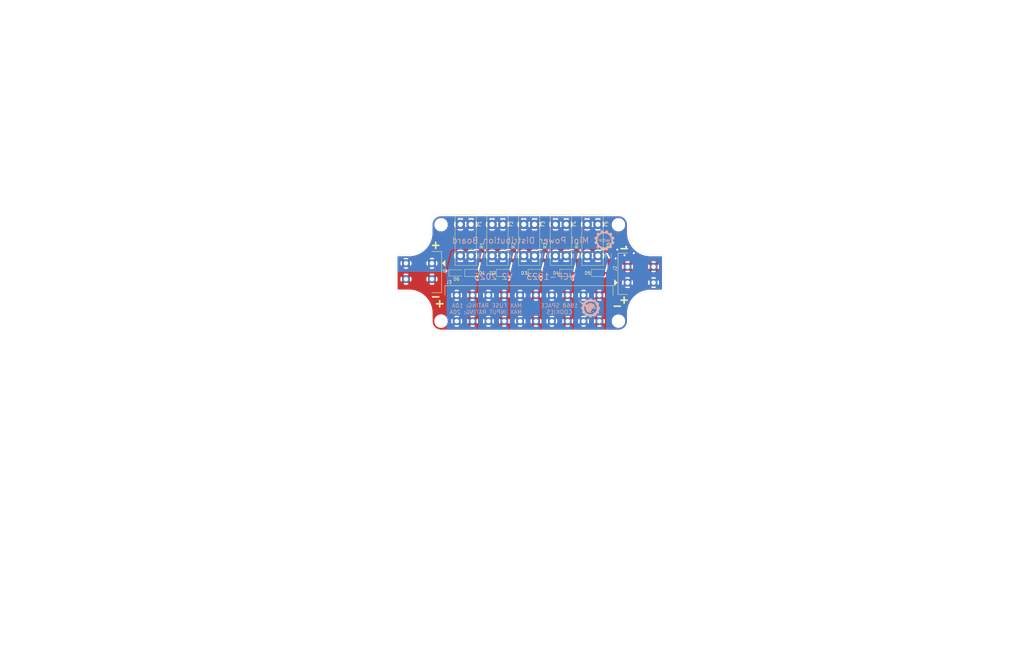
<source format=kicad_pcb>
(kicad_pcb (version 20241229) (generator "pcbnew") (generator_version "9.0")
  (title_block (title "Mini Power Distribution Board (WCP-1823)") (date "2025-09-20") (rev "2") (company "1868 Space Cookies"))
  (layers (0 "F.Cu" signal) (2 "B.Cu" signal) (13 "F.Paste" user) (15 "B.Paste" user) (5 "F.SilkS" user "F.Silkscreen") (7 "B.SilkS" user "B.Silkscreen") (1 "F.Mask" user) (3 "B.Mask" user) (25 "Edge.Cuts" user))
  (net 0 "")
  (net 1 "Net-(D1-A)")
  (net 2 "Net-(D2-A)")
  (net 3 "Net-(D3-A)")
  (net 4 "Net-(D4-A)")
  (net 5 "Net-(D5-A)")
  (net 6 "/VBAT+")
  (net 7 "/VBAT-")
  (net 8 "/F1_OUT")
  (net 9 "/F2_OUT")
  (net 10 "/F3_OUT")
  (net 11 "/F4_OUT")
  (net 12 "/F5_OUT")
  (net 13 "Net-(D1-K)")
  (footprint "mini-pdb:Keystone-3568" (layer "F.Cu") (at 225.62712 115.7177 -90)
    (property "Reference" "F5" (at -5.075 -4.385 90) (layer "F.SilkS"))
    (property "Value" "ATM Fuse Holder")
    (pad "1" thru_hole circle (at -4.95 -1.7 270) (size 3 3) (drill 1.6) (layers "*.Cu" "*.Mask") (net 6 "/VBAT+"))
    (pad "1" thru_hole circle (at -4.95 1.7 270) (size 3 3) (drill 1.6) (layers "*.Cu" "*.Mask") (net 6 "/VBAT+"))
    (pad "2" thru_hole circle (at 4.95 -1.7 270) (size 3 3) (drill 1.6) (layers "*.Cu" "*.Mask") (net 12 "/F5_OUT"))
    (pad "2" thru_hole circle (at 4.95 1.7 270) (size 3 3) (drill 1.6) (layers "*.Cu" "*.Mask") (net 12 "/F5_OUT"))
  )
  (footprint "mini-pdb:Keystone-3568" (layer "F.Cu") (at 205.62716 115.7177 -90)
    (property "Reference" "F3" (at -5.075 -4.385 90) (layer "F.SilkS"))
    (property "Value" "ATM Fuse Holder")
    (pad "1" thru_hole circle (at -4.95 -1.7 270) (size 3 3) (drill 1.6) (layers "*.Cu" "*.Mask") (net 6 "/VBAT+"))
    (pad "1" thru_hole circle (at -4.95 1.7 270) (size 3 3) (drill 1.6) (layers "*.Cu" "*.Mask") (net 6 "/VBAT+"))
    (pad "2" thru_hole circle (at 4.95 -1.7 270) (size 3 3) (drill 1.6) (layers "*.Cu" "*.Mask") (net 10 "/F3_OUT"))
    (pad "2" thru_hole circle (at 4.95 1.7 270) (size 3 3) (drill 1.6) (layers "*.Cu" "*.Mask") (net 10 "/F3_OUT"))
  )
  (footprint "mini-pdb:Keystone-3568" (layer "F.Cu") (at 215.62714 115.7177 -90)
    (property "Reference" "F4" (at -5.075 -4.385 90) (layer "F.SilkS"))
    (property "Value" "ATM Fuse Holder")
    (pad "1" thru_hole circle (at -4.95 -1.7 270) (size 3 3) (drill 1.6) (layers "*.Cu" "*.Mask") (net 6 "/VBAT+"))
    (pad "1" thru_hole circle (at -4.95 1.7 270) (size 3 3) (drill 1.6) (layers "*.Cu" "*.Mask") (net 6 "/VBAT+"))
    (pad "2" thru_hole circle (at 4.95 -1.7 270) (size 3 3) (drill 1.6) (layers "*.Cu" "*.Mask") (net 11 "/F4_OUT"))
    (pad "2" thru_hole circle (at 4.95 1.7 270) (size 3 3) (drill 1.6) (layers "*.Cu" "*.Mask") (net 11 "/F4_OUT"))
  )
  (footprint "LED_SMD:LED_1206_3216Metric" (layer "F.Cu") (at 197.5772 126.1052)
    (property "Reference" "D2" (at -3.449 0.05 0) (layer "F.SilkS"))
    (property "Value" "QTLP651C4TR")
    (pad "1" smd roundrect (at -1.4 0) (size 1.25 1.75) (layers "F.Cu" "F.Mask" "F.Paste") (roundrect_rratio 0.2) (net 13 "Net-(D1-K)"))
    (pad "2" smd roundrect (at 1.4 0) (size 1.25 1.75) (layers "F.Cu" "F.Mask" "F.Paste") (roundrect_rratio 0.2) (net 2 "Net-(D2-A)"))
  )
  (footprint "Resistor_SMD:R_1206_3216Metric" (layer "F.Cu") (at 230.62711 120.6677 90)
    (property "Reference" "R5" (at 3.226 0.05201 90) (layer "F.SilkS"))
    (property "Value" "1k-1%-1206")
    (pad "1" smd roundrect (at -1.4625 0 90) (size 1.125 1.75) (layers "F.Cu" "F.Mask" "F.Paste") (roundrect_rratio 0.222222) (net 5 "Net-(D5-A)"))
    (pad "2" smd roundrect (at 1.4625 0 90) (size 1.125 1.75) (layers "F.Cu" "F.Mask" "F.Paste") (roundrect_rratio 0.222222) (net 12 "/F5_OUT"))
  )
  (footprint "mini-pdb:Wago-2604-1102" (layer "F.Cu") (at 236.677201 129.155201 90)
    (property "Reference" "J2" (at 4.445 -3.937 90) (layer "F.SilkS"))
    (property "Value" "2604-1102" (hide yes))
    (pad "1" thru_hole circle (at 0.000001 0 90) (size 2.5 2.5) (drill 1.397) (layers "*.Cu" "*.Mask") (net 6 "/VBAT+"))
    (pad "1" thru_hole circle (at 0.000001 8.199999 90) (size 2.5 2.5) (drill 1.397) (layers "*.Cu" "*.Mask") (net 6 "/VBAT+"))
    (pad "2" thru_hole circle (at 5.000003 0 90) (size 2.5 2.5) (drill 1.397) (layers "*.Cu" "*.Mask") (net 7 "/VBAT-"))
    (pad "2" thru_hole circle (at 5.000003 8.199999 90) (size 2.5 2.5) (drill 1.397) (layers "*.Cu" "*.Mask") (net 7 "/VBAT-"))
  )
  (footprint "MountingHole:MountingHole_3.2mm_M3" (layer "F.Cu") (at 233.8022 141.3177)
    (property "Reference" "H4" (hide yes))
    (property "Value" "MountingHole")
    (pad "" np_thru_hole circle (at 0 0) (size 3 3) (drill 3) (layers "*.Cu" "*.Mask") (clearance 0.635))
  )
  (footprint "Resistor_SMD:R_1206_3216Metric" (layer "F.Cu") (at 190.62719 120.6677 90)
    (property "Reference" "R1" (at 3.226 0.05201 90) (layer "F.SilkS"))
    (property "Value" "1k-1%-1206")
    (pad "1" smd roundrect (at -1.4625 0 90) (size 1.125 1.75) (layers "F.Cu" "F.Mask" "F.Paste") (roundrect_rratio 0.222222) (net 1 "Net-(D1-A)"))
    (pad "2" smd roundrect (at 1.4625 0 90) (size 1.125 1.75) (layers "F.Cu" "F.Mask" "F.Paste") (roundrect_rratio 0.222222) (net 8 "/F1_OUT"))
  )
  (footprint "MountingHole:MountingHole_3.2mm_M3" (layer "F.Cu") (at 177.8522 110.8927)
    (property "Reference" "H1" (hide yes))
    (property "Value" "MountingHole")
    (pad "" np_thru_hole circle (at 0 0) (size 3 3) (drill 3) (layers "*.Cu" "*.Mask") (clearance 0.635))
  )
  (footprint "MountingHole:MountingHole_3.2mm_M3" (layer "F.Cu") (at 233.8022 110.8927)
    (property "Reference" "H2" (hide yes))
    (property "Value" "MountingHole")
    (pad "" np_thru_hole circle (at 0 0) (size 3 3) (drill 3) (layers "*.Cu" "*.Mask") (clearance 0.635))
  )
  (footprint "LED_SMD:LED_1206_3216Metric" (layer "F.Cu") (at 207.5772 126.1052)
    (property "Reference" "D3" (at -3.543 0.05 0) (layer "F.SilkS"))
    (property "Value" "QTLP651C4TR")
    (pad "1" smd roundrect (at -1.4 0) (size 1.25 1.75) (layers "F.Cu" "F.Mask" "F.Paste") (roundrect_rratio 0.2) (net 13 "Net-(D1-K)"))
    (pad "2" smd roundrect (at 1.4 0) (size 1.25 1.75) (layers "F.Cu" "F.Mask" "F.Paste") (roundrect_rratio 0.2) (net 3 "Net-(D3-A)"))
  )
  (footprint "Diode_SMD:D_SOD-123" (layer "F.Cu") (at 182.7022 126.1052)
    (property "Reference" "D6" (at 0 1.9108 0) (layer "F.SilkS"))
    (property "Value" "MMSD914T3G")
    (pad "1" smd roundrect (at -1.65 0) (size 0.91 1.22) (layers "F.Cu" "F.Mask" "F.Paste") (net 7 "/VBAT-"))
    (pad "2" smd roundrect (at 1.62 0) (size 0.91 1.22) (layers "F.Cu" "F.Mask" "F.Paste") (net 13 "Net-(D1-K)"))
  )
  (footprint "mini-pdb:Wago-2604-1102" (layer "F.Cu") (at 174.977199 123.055199 -90)
    (property "Reference" "J1" (at 2.451001 -4.018 90) (layer "F.SilkS"))
    (property "Value" "2604-1102" (hide yes))
    (pad "1" thru_hole circle (at 0.000001 0 270) (size 2.5 2.5) (drill 1.397) (layers "*.Cu" "*.Mask") (net 6 "/VBAT+"))
    (pad "1" thru_hole circle (at 0.000001 8.199999 270) (size 2.5 2.5) (drill 1.397) (layers "*.Cu" "*.Mask") (net 6 "/VBAT+"))
    (pad "2" thru_hole circle (at 5.000003 0 270) (size 2.5 2.5) (drill 1.397) (layers "*.Cu" "*.Mask") (net 7 "/VBAT-"))
    (pad "2" thru_hole circle (at 5.000003 8.199999 270) (size 2.5 2.5) (drill 1.397) (layers "*.Cu" "*.Mask") (net 7 "/VBAT-"))
  )
  (footprint "mini-pdb:Keystone-3568" (layer "F.Cu") (at 195.62718 115.7177 -90)
    (property "Reference" "F2" (at -5.075 -4.385 90) (layer "F.SilkS"))
    (property "Value" "ATM Fuse Holder")
    (pad "1" thru_hole circle (at -4.95 -1.7 270) (size 3 3) (drill 1.6) (layers "*.Cu" "*.Mask") (net 6 "/VBAT+"))
    (pad "1" thru_hole circle (at -4.95 1.7 270) (size 3 3) (drill 1.6) (layers "*.Cu" "*.Mask") (net 6 "/VBAT+"))
    (pad "2" thru_hole circle (at 4.95 -1.7 270) (size 3 3) (drill 1.6) (layers "*.Cu" "*.Mask") (net 9 "/F2_OUT"))
    (pad "2" thru_hole circle (at 4.95 1.7 270) (size 3 3) (drill 1.6) (layers "*.Cu" "*.Mask") (net 9 "/F2_OUT"))
  )
  (footprint "mini-pdb:Keystone-3568" (layer "F.Cu") (at 185.6272 115.7177 -90)
    (property "Reference" "F1" (at -5.075 -4.385 90) (layer "F.SilkS"))
    (property "Value" "ATM Fuse Holder")
    (pad "1" thru_hole circle (at -4.95 -1.7 270) (size 3 3) (drill 1.6) (layers "*.Cu" "*.Mask") (net 6 "/VBAT+"))
    (pad "1" thru_hole circle (at -4.95 1.7 270) (size 3 3) (drill 1.6) (layers "*.Cu" "*.Mask") (net 6 "/VBAT+"))
    (pad "2" thru_hole circle (at 4.95 -1.7 270) (size 3 3) (drill 1.6) (layers "*.Cu" "*.Mask") (net 8 "/F1_OUT"))
    (pad "2" thru_hole circle (at 4.95 1.7 270) (size 3 3) (drill 1.6) (layers "*.Cu" "*.Mask") (net 8 "/F1_OUT"))
  )
  (footprint "Resistor_SMD:R_1206_3216Metric" (layer "F.Cu") (at 210.62715 120.6677 90)
    (property "Reference" "R3" (at 3.226 0.05201 90) (layer "F.SilkS"))
    (property "Value" "1k-1%-1206")
    (pad "1" smd roundrect (at -1.4625 0 90) (size 1.125 1.75) (layers "F.Cu" "F.Mask" "F.Paste") (roundrect_rratio 0.222222) (net 3 "Net-(D3-A)"))
    (pad "2" smd roundrect (at 1.4625 0 90) (size 1.125 1.75) (layers "F.Cu" "F.Mask" "F.Paste") (roundrect_rratio 0.222222) (net 10 "/F3_OUT"))
  )
  (footprint "LED_SMD:LED_1206_3216Metric" (layer "F.Cu") (at 217.5772 126.1052)
    (property "Reference" "D4" (at -3.477 0.05 0) (layer "F.SilkS"))
    (property "Value" "QTLP651C4TR")
    (pad "1" smd roundrect (at -1.4 0) (size 1.25 1.75) (layers "F.Cu" "F.Mask" "F.Paste") (roundrect_rratio 0.2) (net 13 "Net-(D1-K)"))
    (pad "2" smd roundrect (at 1.4 0) (size 1.25 1.75) (layers "F.Cu" "F.Mask" "F.Paste") (roundrect_rratio 0.2) (net 4 "Net-(D4-A)"))
  )
  (footprint "LED_SMD:LED_1206_3216Metric" (layer "F.Cu") (at 187.5772 126.1052)
    (property "Reference" "D1" (at 3.1768 0.05 0) (layer "F.SilkS"))
    (property "Value" "QTLP651C4TR")
    (pad "1" smd roundrect (at -1.4 0) (size 1.25 1.75) (layers "F.Cu" "F.Mask" "F.Paste") (roundrect_rratio 0.2) (net 13 "Net-(D1-K)"))
    (pad "2" smd roundrect (at 1.4 0) (size 1.25 1.75) (layers "F.Cu" "F.Mask" "F.Paste") (roundrect_rratio 0.2) (net 1 "Net-(D1-A)"))
  )
  (footprint "Resistor_SMD:R_1206_3216Metric" (layer "F.Cu") (at 220.62713 120.6677 90)
    (property "Reference" "R4" (at 3.226 0.05201 90) (layer "F.SilkS"))
    (property "Value" "1k-1%-1206")
    (pad "1" smd roundrect (at -1.4625 0 90) (size 1.125 1.75) (layers "F.Cu" "F.Mask" "F.Paste") (roundrect_rratio 0.222222) (net 4 "Net-(D4-A)"))
    (pad "2" smd roundrect (at 1.4625 0 90) (size 1.125 1.75) (layers "F.Cu" "F.Mask" "F.Paste") (roundrect_rratio 0.222222) (net 11 "/F4_OUT"))
  )
  (footprint "MountingHole:MountingHole_3.2mm_M3" (layer "F.Cu") (at 177.8522 141.3177)
    (property "Reference" "H3" (hide yes))
    (property "Value" "MountingHole")
    (pad "" np_thru_hole circle (at 0 0) (size 3 3) (drill 3) (layers "*.Cu" "*.Mask") (clearance 0.635))
  )
  (footprint "LED_SMD:LED_1206_3216Metric" (layer "F.Cu") (at 227.5772 126.1052)
    (property "Reference" "D5" (at -3.477 0.05 0) (layer "F.SilkS"))
    (property "Value" "QTLP651C4TR")
    (pad "1" smd roundrect (at -1.4 0) (size 1.25 1.75) (layers "F.Cu" "F.Mask" "F.Paste") (roundrect_rratio 0.2) (net 13 "Net-(D1-K)"))
    (pad "2" smd roundrect (at 1.4 0) (size 1.25 1.75) (layers "F.Cu" "F.Mask" "F.Paste") (roundrect_rratio 0.2) (net 5 "Net-(D5-A)"))
  )
  (footprint "mini-pdb:Wago-2604-1110" (layer "F.Cu") (at 182.788535 133.1427)
    (property "Reference" "J3" (at -2.448535 -4.1107 0) (layer "F.SilkS"))
    (property "Value" "2604-1110" (hide yes))
    (pad "1" thru_hole circle (at 0.000001 0) (size 2.5 2.5) (drill 1.397) (layers "*.Cu" "*.Mask") (net 8 "/F1_OUT"))
    (pad "1" thru_hole circle (at 0.000001 8.199999) (size 2.5 2.5) (drill 1.397) (layers "*.Cu" "*.Mask") (net 8 "/F1_OUT"))
    (pad "2" thru_hole circle (at 5.000003 0) (size 2.5 2.5) (drill 1.397) (layers "*.Cu" "*.Mask") (net 7 "/VBAT-"))
    (pad "2" thru_hole circle (at 5.000003 8.199999) (size 2.5 2.5) (drill 1.397) (layers "*.Cu" "*.Mask") (net 7 "/VBAT-"))
    (pad "3" thru_hole circle (at 10.000004 0) (size 2.5 2.5) (drill 1.397) (layers "*.Cu" "*.Mask") (net 9 "/F2_OUT"))
    (pad "3" thru_hole circle (at 10.000004 8.199999) (size 2.5 2.5) (drill 1.397) (layers "*.Cu" "*.Mask") (net 9 "/F2_OUT"))
    (pad "4" thru_hole circle (at 15.000004 0) (size 2.5 2.5) (drill 1.397) (layers "*.Cu" "*.Mask") (net 7 "/VBAT-"))
    (pad "4" thru_hole circle (at 15.000004 8.199999) (size 2.5 2.5) (drill 1.397) (layers "*.Cu" "*.Mask") (net 7 "/VBAT-"))
    (pad "5" thru_hole circle (at 20.000004 0) (size 2.5 2.5) (drill 1.397) (layers "*.Cu" "*.Mask") (net 10 "/F3_OUT"))
    (pad "5" thru_hole circle (at 20.000004 8.199999) (size 2.5 2.5) (drill 1.397) (layers "*.Cu" "*.Mask") (net 10 "/F3_OUT"))
    (pad "6" thru_hole circle (at 25.000004 0) (size 2.5 2.5) (drill 1.397) (layers "*.Cu" "*.Mask") (net 7 "/VBAT-"))
    (pad "6" thru_hole circle (at 25.000004 8.199999) (size 2.5 2.5) (drill 1.397) (layers "*.Cu" "*.Mask") (net 7 "/VBAT-"))
    (pad "7" thru_hole circle (at 30.000004 0) (size 2.5 2.5) (drill 1.397) (layers "*.Cu" "*.Mask") (net 11 "/F4_OUT"))
    (pad "7" thru_hole circle (at 30.000004 8.199999) (size 2.5 2.5) (drill 1.397) (layers "*.Cu" "*.Mask") (net 11 "/F4_OUT"))
    (pad "8" thru_hole circle (at 35.000004 0) (size 2.5 2.5) (drill 1.397) (layers "*.Cu" "*.Mask") (net 7 "/VBAT-"))
    (pad "8" thru_hole circle (at 35.000004 8.199999) (size 2.5 2.5) (drill 1.397) (layers "*.Cu" "*.Mask") (net 7 "/VBAT-"))
    (pad "9" thru_hole circle (at 40.000004 0) (size 2.5 2.5) (drill 1.397) (layers "*.Cu" "*.Mask") (net 12 "/F5_OUT"))
    (pad "9" thru_hole circle (at 40.000004 8.199999) (size 2.5 2.5) (drill 1.397) (layers "*.Cu" "*.Mask") (net 12 "/F5_OUT"))
    (pad "10" thru_hole circle (at 45.000005 0) (size 2.5 2.5) (drill 1.397) (layers "*.Cu" "*.Mask") (net 7 "/VBAT-"))
    (pad "10" thru_hole circle (at 45.000005 8.199999) (size 2.5 2.5) (drill 1.397) (layers "*.Cu" "*.Mask") (net 7 "/VBAT-"))
  )
  (footprint "Resistor_SMD:R_1206_3216Metric" (layer "F.Cu") (at 200.62717 120.6677 90)
    (property "Reference" "R2" (at 3.226 0.05201 90) (layer "F.SilkS"))
    (property "Value" "1k-1%-1206")
    (pad "1" smd roundrect (at -1.4625 0 90) (size 1.125 1.75) (layers "F.Cu" "F.Mask" "F.Paste") (roundrect_rratio 0.222222) (net 2 "Net-(D2-A)"))
    (pad "2" smd roundrect (at 1.4625 0 90) (size 1.125 1.75) (layers "F.Cu" "F.Mask" "F.Paste") (roundrect_rratio 0.222222) (net 9 "/F2_OUT"))
  )
  (footprint "mini-pdb:SPACE_COOKIES_LOGO_7mm" (layer "B.Cu") (at 224.79 137.16 180)
    (property "Reference" "G***" (hide yes))
    (property "Value" "LOGO" (hide yes))
  )
  (footprint "Logos:WCP-Logo_250" (layer "B.Cu") (at 229.362 115.824 180)
    (property "Reference" "G***" (hide yes))
    (property "Value" "LOGO" (hide yes))
  )
  (gr_arc (start 167.7272 131.8552) (mid 172.641592 133.890808) (end 174.6772 138.8052) (stroke (width 0.05)) (layer "Edge.Cuts"))
  (gr_line (start 167.7272 120.3552) (end 164.42095 120.3552) (stroke (width 0.05)) (layer "Edge.Cuts"))
  (gr_arc (start 248.0272 131.0614) (mid 247.794701 131.622701) (end 247.2334 131.8552) (stroke (width 0.05)) (layer "Edge.Cuts"))
  (gr_line (start 163.6272 121.14895) (end 163.6272 131.06145) (stroke (width 0.05)) (layer "Edge.Cuts"))
  (gr_line (start 164.42095 131.8552) (end 167.7272 131.8552) (stroke (width 0.05)) (layer "Edge.Cuts"))
  (gr_arc (start 164.42095 131.8552) (mid 163.859684 131.622716) (end 163.6272 131.06145) (stroke (width 0.05)) (layer "Edge.Cuts"))
  (gr_arc (start 247.2334 120.3552) (mid 247.794701 120.587699) (end 248.0272 121.149) (stroke (width 0.05)) (layer "Edge.Cuts"))
  (gr_arc (start 174.6772 110.8927) (mid 175.607136 108.647636) (end 177.8522 107.7177) (stroke (width 0.05)) (layer "Edge.Cuts"))
  (gr_arc (start 236.9772 138.8052) (mid 239.012808 133.890808) (end 243.9272 131.8552) (stroke (width 0.05)) (layer "Edge.Cuts"))
  (gr_line (start 236.9772 113.4052) (end 236.9772 110.8927) (stroke (width 0.05)) (layer "Edge.Cuts"))
  (gr_arc (start 236.9772 141.3177) (mid 236.047264 143.562764) (end 233.8022 144.4927) (stroke (width 0.05)) (layer "Edge.Cuts"))
  (gr_line (start 177.8522 144.4927) (end 233.8022 144.4927) (stroke (width 0.05)) (layer "Edge.Cuts"))
  (gr_line (start 243.9272 131.8552) (end 247.2334 131.8552) (stroke (width 0.05)) (layer "Edge.Cuts"))
  (gr_arc (start 233.8022 107.7177) (mid 236.047264 108.647636) (end 236.9772 110.8927) (stroke (width 0.05)) (layer "Edge.Cuts"))
  (gr_line (start 247.2334 120.3552) (end 243.9272 120.3552) (stroke (width 0.05)) (layer "Edge.Cuts"))
  (gr_arc (start 177.8522 144.4927) (mid 175.607136 143.562764) (end 174.6772 141.3177) (stroke (width 0.05)) (layer "Edge.Cuts"))
  (gr_arc (start 243.9272 120.3552) (mid 239.012808 118.319592) (end 236.9772 113.4052) (stroke (width 0.05)) (layer "Edge.Cuts"))
  (gr_line (start 233.8022 107.7177) (end 177.8522 107.7177) (stroke (width 0.05)) (layer "Edge.Cuts"))
  (gr_arc (start 174.6772 113.4052) (mid 172.641592 118.319592) (end 167.7272 120.3552) (stroke (width 0.05)) (layer "Edge.Cuts"))
  (gr_line (start 174.6772 110.8927) (end 174.6772 113.4052) (stroke (width 0.05)) (layer "Edge.Cuts"))
  (gr_line (start 236.9772 141.3177) (end 236.9772 138.8052) (stroke (width 0.05)) (layer "Edge.Cuts"))
  (gr_line (start 174.6772 138.8052) (end 174.6772 141.3177) (stroke (width 0.05)) (layer "Edge.Cuts"))
  (gr_arc (start 163.6272 121.14895) (mid 163.859684 120.587684) (end 164.42095 120.3552) (stroke (width 0.05)) (layer "Edge.Cuts"))
  (gr_line (start 248.0272 131.0614) (end 248.0272 121.149) (stroke (width 0.05)) (layer "Edge.Cuts"))
  (gr_text "+" (at 235.585 134.874 180) (layer "F.SilkS") (effects (font (size 2.54 2.54) (thickness 0.508) (bold yes))))
  (gr_text "+" (at 176.149 117.221 0) (layer "F.SilkS") (effects (font (size 2.54 2.54) (thickness 0.508) (bold yes))))
  (gr_text "+" (at 177.419 136.017 180) (layer "F.SilkS") (effects (font (size 2.54 2.54) (thickness 0.508) (bold yes))))
  (gr_text "-" (at 176.149 133.477 0) (layer "F.SilkS") (effects (font (size 2.54 2.54) (thickness 0.508) (bold yes))))
  (gr_text "-" (at 235.585 118.618 180) (layer "F.SilkS") (effects (font (size 2.54 2.54) (thickness 0.508) (bold yes))))
  (gr_text "-" (at 233.426 136.779 180) (layer "F.SilkS") (effects (font (size 2.54 2.54) (thickness 0.508) (bold yes))))
  (gr_text "WCP-1823   V2 2025" (at 204.303313 128.397 0) (layer "B.SilkS") (effects (font (size 1.905 1.905) (thickness 0.238125)) (justify bottom mirror)))
  (gr_text "MAX FUSE RATING: 10A\nMAX INPUT RATING: 20A" (at 203.454 139.192 0) (layer "B.SilkS") (effects (font (size 1.27 1.27) (thickness 0.15875)) (justify left bottom mirror)))
  (gr_text "1868 SPACE\nCOOKIES" (at 215.138 139.192 0) (layer "B.SilkS") (effects (font (size 1.27 1.27) (thickness 0.15875)) (justify bottom mirror)))
  (gr_text "Mini Power Distribution Board" (at 224.663 116.967 0) (layer "B.SilkS") (effects (font (size 1.905 1.905) (thickness 0.238125)) (justify left bottom mirror)))
  (segment (start 190.1756 126.1052) (end 188.9772 126.1052) (width 0.508) (layer "F.Cu") (net 1))
  (segment (start 190.62719 125.65361) (end 190.1756 126.1052) (width 0.508) (layer "F.Cu") (net 1))
  (segment (start 190.62719 122.1302) (end 190.62719 125.65361) (width 0.508) (layer "F.Cu") (net 1))
  (segment (start 200.62717 122.1302) (end 200.62717 125.68663) (width 0.508) (layer "F.Cu") (net 2))
  (segment (start 200.62717 125.68663) (end 200.2086 126.1052) (width 0.508) (layer "F.Cu") (net 2))
  (segment (start 200.2086 126.1052) (end 198.9772 126.1052) (width 0.508) (layer "F.Cu") (net 2))
  (segment (start 210.62715 122.1302) (end 210.62715 125.61805) (width 0.508) (layer "F.Cu") (net 3))
  (segment (start 210.62715 125.61805) (end 210.14 126.1052) (width 0.508) (layer "F.Cu") (net 3))
  (segment (start 210.14 126.1052) (end 208.9772 126.1052) (width 0.508) (layer "F.Cu") (net 3))
  (segment (start 220.62713 122.1302) (end 220.62713 125.62567) (width 0.508) (layer "F.Cu") (net 4))
  (segment (start 220.1476 126.1052) (end 218.9772 126.1052) (width 0.508) (layer "F.Cu") (net 4))
  (segment (start 220.62713 125.62567) (end 220.1476 126.1052) (width 0.508) (layer "F.Cu") (net 4))
  (segment (start 230.0028 126.1052) (end 228.9772 126.1052) (width 0.508) (layer "F.Cu") (net 5))
  (segment (start 230.62711 122.1302) (end 230.62711 125.48089) (width 0.508) (layer "F.Cu") (net 5))
  (segment (start 230.62711 125.48089) (end 230.0028 126.1052) (width 0.508) (layer "F.Cu") (net 5))
  (via (at 235.712 120.523) (size 1.27) (drill 0.635) (layers "F.Cu" "B.Cu") (net 6))
  (via (at 236.22 117.856) (size 1.27) (drill 0.635) (layers "F.Cu" "B.Cu") (net 6))
  (via (at 232.918 121.539) (size 1.27) (drill 0.635) (layers "F.Cu" "B.Cu") (net 6))
  (via (at 238.633 119.888) (size 1.27) (drill 0.635) (layers "F.Cu" "B.Cu") (net 6))
  (via (at 233.426 118.745) (size 1.27) (drill 0.635) (layers "F.Cu" "B.Cu") (net 6))
  (segment (start 176.927201 126.1052) (end 174.977199 128.055202) (width 0.508) (layer "F.Cu") (net 7))
  (segment (start 181.0522 126.1052) (end 176.927201 126.1052) (width 0.508) (layer "F.Cu") (net 7))
  (segment (start 188.7897 119.2052) (end 187.3272 120.6677) (width 0.508) (layer "F.Cu") (net 8))
  (segment (start 190.62719 119.2052) (end 188.7897 119.2052) (width 0.508) (layer "F.Cu") (net 8))
  (segment (start 200.62717 119.2052) (end 198.78968 119.2052) (width 0.508) (layer "F.Cu") (net 9))
  (segment (start 198.78968 119.2052) (end 197.32718 120.6677) (width 0.508) (layer "F.Cu") (net 9))
  (segment (start 210.62715 119.2052) (end 208.78966 119.2052) (width 0.508) (layer "F.Cu") (net 10))
  (segment (start 208.78966 119.2052) (end 207.32716 120.6677) (width 0.508) (layer "F.Cu") (net 10))
  (segment (start 218.78964 119.2052) (end 217.32714 120.6677) (width 0.508) (layer "F.Cu") (net 11))
  (segment (start 220.62713 119.2052) (end 218.78964 119.2052) (width 0.508) (layer "F.Cu") (net 11))
  (segment (start 230.62711 119.2052) (end 228.78962 119.2052) (width 0.508) (layer "F.Cu") (net 12))
  (segment (start 228.78962 119.2052) (end 227.32712 120.6677) (width 0.508) (layer "F.Cu") (net 12))
  (segment (start 204.0382 127.8128) (end 214.2236 127.8128) (width 0.508) (layer "F.Cu") (net 13))
  (segment (start 204.552 126.1052) (end 204.0382 126.619) (width 0.508) (layer "F.Cu") (net 13))
  (segment (start 216.1772 126.1052) (end 214.7628 126.1052) (width 0.508) (layer "F.Cu") (net 13))
  (segment (start 214.2236 127.8128) (end 222.5548 127.8128) (width 0.508) (layer "F.Cu") (net 13))
  (segment (start 204.0382 126.619) (end 204.0382 127.8128) (width 0.508) (layer "F.Cu") (net 13))
  (segment (start 214.7628 126.1052) (end 214.2236 126.6444) (width 0.508) (layer "F.Cu") (net 13))
  (segment (start 222.5548 127.8128) (end 224.2624 126.1052) (width 0.508) (layer "F.Cu") (net 13))
  (segment (start 194.5698 126.1052) (end 194.0306 126.6444) (width 0.508) (layer "F.Cu") (net 13))
  (segment (start 186.563 127.8128) (end 186.1772 127.427) (width 0.508) (layer "F.Cu") (net 13))
  (segment (start 196.1772 126.1052) (end 194.5698 126.1052) (width 0.508) (layer "F.Cu") (net 13))
  (segment (start 194.0306 127.8128) (end 186.563 127.8128) (width 0.508) (layer "F.Cu") (net 13))
  (segment (start 185.2168 126.1052) (end 186.1772 126.1052) (width 0.508) (layer "F.Cu") (net 13))
  (segment (start 224.2624 126.1052) (end 226.1772 126.1052) (width 0.508) (layer "F.Cu") (net 13))
  (segment (start 194.0306 126.6444) (end 194.0306 127.8128) (width 0.508) (layer "F.Cu") (net 13))
  (segment (start 214.2236 126.6444) (end 214.2236 127.8128) (width 0.508) (layer "F.Cu") (net 13))
  (segment (start 206.1772 126.1052) (end 204.552 126.1052) (width 0.508) (layer "F.Cu") (net 13))
  (segment (start 194.0306 127.8128) (end 204.0382 127.8128) (width 0.508) (layer "F.Cu") (net 13))
  (segment (start 186.1772 127.427) (end 186.1772 126.1052) (width 0.508) (layer "F.Cu") (net 13))
  (segment (start 184.3222 126.1052) (end 185.2168 126.1052) (width 0.508) (layer "F.Cu") (net 13))
  (zone (net 6) (net_name "/VBAT+") (layer "F.Cu") (priority 3) (connect_pads (clearance 0.5)) (min_thickness 0.25) (fill yes (thermal_gap 0.5) (thermal_bridge_width 1.016))
    (polygon (pts (xy 163.576 107.696) (xy 163.576 125.73) (xy 180.467 125.73) (xy 183.007 119.634) (xy 231.267 119.634) (xy 231.902 122.428) (xy 247.396 122.428) (xy 247.396 107.696)))
  )
  (zone (net 7) (net_name "/VBAT-") (layer "F.Cu") (priority 4) (connect_pads (clearance 0.5)) (min_thickness 0.25) (fill yes (thermal_gap 0.5) (thermal_bridge_width 1.016))
    (polygon (pts (xy 163.83 144.526) (xy 163.83 125.73) (xy 179.9336 125.73) (xy 179.959 126.7714) (xy 184.912 128.397) (xy 228.6 128.397) (xy 234.823 121.92) (xy 242.57 120.65) (xy 247.65 120.65) (xy 247.65 144.526)))
  )
  (zone (net 8) (net_name "/F1_OUT") (layer "B.Cu") (priority 4) (connect_pads (clearance 0.5)) (min_thickness 0.25) (fill yes (thermal_gap 0.5) (thermal_bridge_width 1.016) (smoothing fillet) (radius 0.889))
    (polygon (pts (xy 189.222 126.5428) (xy 191.254 119.126) (xy 181.348 119.126) (xy 179.57 126.492) (xy 179.57 144.272) (xy 189.222 144.399)))
  )
  (zone (net 9) (net_name "/F2_OUT") (layer "B.Cu") (priority 4) (connect_pads (clearance 0.5)) (min_thickness 0.25) (fill yes (thermal_gap 0.5) (thermal_bridge_width 1.016) (smoothing fillet) (radius 0.889))
    (polygon (pts (xy 199.222 126.5428) (xy 201.254 119.126) (xy 191.348 119.126) (xy 189.57 126.492) (xy 189.57 144.272) (xy 199.222 144.399)))
  )
  (zone (net 6) (net_name "/VBAT+") (layer "B.Cu") (priority 2) (connect_pads (clearance 0.5)) (min_thickness 0.25) (fill yes (thermal_gap 0.5) (thermal_bridge_width 1.016))
    (polygon (pts (xy 163.576 125.73) (xy 229.87 125.603) (xy 229.87 144.399) (xy 248.158 144.526) (xy 248.158 107.696) (xy 163.576 107.696)))
  )
  (zone (net 10) (net_name "/F3_OUT") (layer "B.Cu") (priority 4) (connect_pads (clearance 0.5)) (min_thickness 0.25) (fill yes (thermal_gap 0.5) (thermal_bridge_width 1.016) (smoothing fillet) (radius 0.889))
    (polygon (pts (xy 209.222 126.5428) (xy 211.254 119.126) (xy 201.348 119.126) (xy 199.57 126.492) (xy 199.57 144.365576) (xy 209.222 144.492576)))
  )
  (zone (net 12) (net_name "/F5_OUT") (layer "B.Cu") (priority 4) (connect_pads (clearance 0.5)) (min_thickness 0.25) (fill yes (thermal_gap 0.5) (thermal_bridge_width 1.016) (smoothing fillet) (radius 0.889))
    (polygon (pts (xy 229.222 126.5428) (xy 230.7082 121.539) (xy 229.4636 119.126) (xy 221.348 119.126) (xy 219.57 126.492) (xy 219.57 144.251948) (xy 229.222 144.378948)))
  )
  (zone (net 11) (net_name "/F4_OUT") (layer "B.Cu") (priority 4) (connect_pads (clearance 0.5)) (min_thickness 0.25) (fill yes (thermal_gap 0.5) (thermal_bridge_width 1.016) (smoothing fillet) (radius 0.889))
    (polygon (pts (xy 219.222 126.5428) (xy 221.254 119.126) (xy 211.348 119.126) (xy 209.57 126.492) (xy 209.57 144.251948) (xy 219.222 144.378948)))
  )
)
</source>
